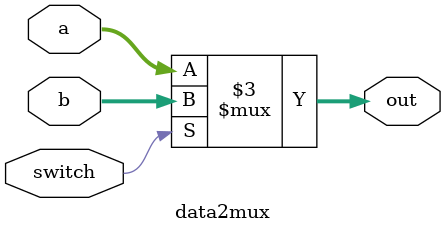
<source format=v>
module data2mux (
	input wire [31:0] a,
	input wire [31:0] b,
	input wire switch,
	
	output reg [31:0] out);
	
	always begin
		if (switch) out = b;
		else out = a;
	end
endmodule

</source>
